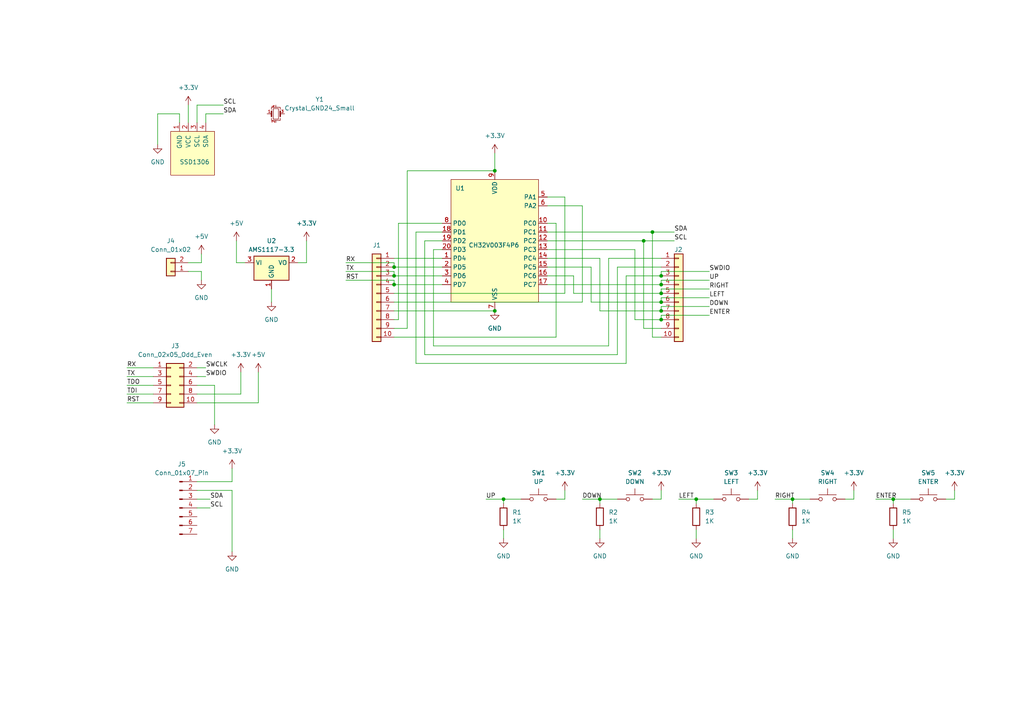
<source format=kicad_sch>
(kicad_sch (version 20230121) (generator eeschema)
  (paper "A4")
  (lib_symbols
    (symbol "Connector:Conn_01x07_Pin" (pin_names (offset 1.016) hide)
      (property "Reference" "J" (at 0 10.16 0))
      (property "Value" "Conn_01x07_Pin" (at 0 -10.16 0))
      (symbol "Conn_01x07_Pin_1_1"
        (polyline (pts (xy 1.27 -7.62) (xy 0.8636 -7.62)) (stroke (width 0.1524)))
        (polyline (pts (xy 1.27 -5.08) (xy 0.8636 -5.08)) (stroke (width 0.1524)))
        (polyline (pts (xy 1.27 -2.54) (xy 0.8636 -2.54)) (stroke (width 0.1524)))
        (polyline (pts (xy 1.27 0) (xy 0.8636 0)) (stroke (width 0.1524)))
        (polyline (pts (xy 1.27 2.54) (xy 0.8636 2.54)) (stroke (width 0.1524)))
        (polyline (pts (xy 1.27 5.08) (xy 0.8636 5.08)) (stroke (width 0.1524)))
        (polyline (pts (xy 1.27 7.62) (xy 0.8636 7.62)) (stroke (width 0.1524)))
        (rectangle (start 0.8636 -7.493) (end 0 -7.747) (stroke (width 0.1524)) (fill (type outline)))
        (rectangle (start 0.8636 -4.953) (end 0 -5.207) (stroke (width 0.1524)) (fill (type outline)))
        (rectangle (start 0.8636 -2.413) (end 0 -2.667) (stroke (width 0.1524)) (fill (type outline)))
        (rectangle (start 0.8636 0.127) (end 0 -0.127) (stroke (width 0.1524)) (fill (type outline)))
        (rectangle (start 0.8636 2.667) (end 0 2.413) (stroke (width 0.1524)) (fill (type outline)))
        (rectangle (start 0.8636 5.207) (end 0 4.953) (stroke (width 0.1524)) (fill (type outline)))
        (rectangle (start 0.8636 7.747) (end 0 7.493) (stroke (width 0.1524)) (fill (type outline)))
        (pin passive line (at 5.08 7.62 180) (length 3.81) (name "Pin_1") (number "1"))
        (pin passive line (at 5.08 5.08 180) (length 3.81) (name "Pin_2") (number "2"))
        (pin passive line (at 5.08 2.54 180) (length 3.81) (name "Pin_3") (number "3"))
        (pin passive line (at 5.08 0 180) (length 3.81) (name "Pin_4") (number "4"))
        (pin passive line (at 5.08 -2.54 180) (length 3.81) (name "Pin_5") (number "5"))
        (pin passive line (at 5.08 -5.08 180) (length 3.81) (name "Pin_6") (number "6"))
        (pin passive line (at 5.08 -7.62 180) (length 3.81) (name "Pin_7") (number "7"))
      )
    )
    (symbol "Connector_Generic:Conn_01x02" (pin_names (offset 1.016) hide)
      (property "Reference" "J" (at 0 2.54 0))
      (property "Value" "Conn_01x02" (at 0 -5.08 0))
      (symbol "Conn_01x02_1_1"
        (rectangle (start -1.27 -2.413) (end 0 -2.667) (stroke (width 0.1524)))
        (rectangle (start -1.27 0.127) (end 0 -0.127) (stroke (width 0.1524)))
        (rectangle (start -1.27 1.27) (end 1.27 -3.81) (stroke (width 0.254)) (fill (type background)))
        (pin passive line (at -5.08 0 0) (length 3.81) (name "Pin_1") (number "1"))
        (pin passive line (at -5.08 -2.54 0) (length 3.81) (name "Pin_2") (number "2"))
      )
    )
    (symbol "Connector_Generic:Conn_01x10" (pin_names (offset 1.016) hide)
      (property "Reference" "J" (at 0 12.7 0))
      (property "Value" "Conn_01x10" (at 0 -15.24 0))
      (symbol "Conn_01x10_1_1"
        (rectangle (start -1.27 -12.573) (end 0 -12.827) (stroke (width 0.1524)))
        (rectangle (start -1.27 -10.033) (end 0 -10.287) (stroke (width 0.1524)))
        (rectangle (start -1.27 -7.493) (end 0 -7.747) (stroke (width 0.1524)))
        (rectangle (start -1.27 -4.953) (end 0 -5.207) (stroke (width 0.1524)))
        (rectangle (start -1.27 -2.413) (end 0 -2.667) (stroke (width 0.1524)))
        (rectangle (start -1.27 0.127) (end 0 -0.127) (stroke (width 0.1524)))
        (rectangle (start -1.27 2.667) (end 0 2.413) (stroke (width 0.1524)))
        (rectangle (start -1.27 5.207) (end 0 4.953) (stroke (width 0.1524)))
        (rectangle (start -1.27 7.747) (end 0 7.493) (stroke (width 0.1524)))
        (rectangle (start -1.27 10.287) (end 0 10.033) (stroke (width 0.1524)))
        (rectangle (start -1.27 11.43) (end 1.27 -13.97) (stroke (width 0.254)) (fill (type background)))
        (pin passive line (at -5.08 10.16 0) (length 3.81) (name "Pin_1") (number "1"))
        (pin passive line (at -5.08 -12.7 0) (length 3.81) (name "Pin_10") (number "10"))
        (pin passive line (at -5.08 7.62 0) (length 3.81) (name "Pin_2") (number "2"))
        (pin passive line (at -5.08 5.08 0) (length 3.81) (name "Pin_3") (number "3"))
        (pin passive line (at -5.08 2.54 0) (length 3.81) (name "Pin_4") (number "4"))
        (pin passive line (at -5.08 0 0) (length 3.81) (name "Pin_5") (number "5"))
        (pin passive line (at -5.08 -2.54 0) (length 3.81) (name "Pin_6") (number "6"))
        (pin passive line (at -5.08 -5.08 0) (length 3.81) (name "Pin_7") (number "7"))
        (pin passive line (at -5.08 -7.62 0) (length 3.81) (name "Pin_8") (number "8"))
        (pin passive line (at -5.08 -10.16 0) (length 3.81) (name "Pin_9") (number "9"))
      )
    )
    (symbol "Connector_Generic:Conn_02x05_Odd_Even" (pin_names (offset 1.016) hide)
      (property "Reference" "J" (at 1.27 7.62 0))
      (property "Value" "Conn_02x05_Odd_Even" (at 1.27 -7.62 0))
      (symbol "Conn_02x05_Odd_Even_1_1"
        (rectangle (start -1.27 -4.953) (end 0 -5.207) (stroke (width 0.1524)))
        (rectangle (start -1.27 -2.413) (end 0 -2.667) (stroke (width 0.1524)))
        (rectangle (start -1.27 0.127) (end 0 -0.127) (stroke (width 0.1524)))
        (rectangle (start -1.27 2.667) (end 0 2.413) (stroke (width 0.1524)))
        (rectangle (start -1.27 5.207) (end 0 4.953) (stroke (width 0.1524)))
        (rectangle (start -1.27 6.35) (end 3.81 -6.35) (stroke (width 0.254)) (fill (type background)))
        (rectangle (start 3.81 -4.953) (end 2.54 -5.207) (stroke (width 0.1524)))
        (rectangle (start 3.81 -2.413) (end 2.54 -2.667) (stroke (width 0.1524)))
        (rectangle (start 3.81 0.127) (end 2.54 -0.127) (stroke (width 0.1524)))
        (rectangle (start 3.81 2.667) (end 2.54 2.413) (stroke (width 0.1524)))
        (rectangle (start 3.81 5.207) (end 2.54 4.953) (stroke (width 0.1524)))
        (pin passive line (at -5.08 5.08 0) (length 3.81) (name "Pin_1") (number "1"))
        (pin passive line (at 7.62 -5.08 180) (length 3.81) (name "Pin_10") (number "10"))
        (pin passive line (at 7.62 5.08 180) (length 3.81) (name "Pin_2") (number "2"))
        (pin passive line (at -5.08 2.54 0) (length 3.81) (name "Pin_3") (number "3"))
        (pin passive line (at 7.62 2.54 180) (length 3.81) (name "Pin_4") (number "4"))
        (pin passive line (at -5.08 0 0) (length 3.81) (name "Pin_5") (number "5"))
        (pin passive line (at 7.62 0 180) (length 3.81) (name "Pin_6") (number "6"))
        (pin passive line (at -5.08 -2.54 0) (length 3.81) (name "Pin_7") (number "7"))
        (pin passive line (at 7.62 -2.54 180) (length 3.81) (name "Pin_8") (number "8"))
        (pin passive line (at -5.08 -5.08 0) (length 3.81) (name "Pin_9") (number "9"))
      )
    )
    (symbol "Device:Crystal_GND24_Small" (pin_names (offset 1.016) hide)
      (property "Reference" "Y" (at 1.27 4.445 0))
      (property "Value" "Crystal_GND24_Small" (at 1.27 2.54 0))
      (symbol "Crystal_GND24_Small_0_1"
        (rectangle (start -0.762 -1.524) (end 0.762 1.524))
        (polyline (pts (xy -1.27 -0.762) (xy -1.27 0.762)) (stroke (width 0.381)))
        (polyline (pts (xy 1.27 -0.762) (xy 1.27 0.762)) (stroke (width 0.381)))
        (polyline (pts (xy -1.27 -1.27) (xy -1.27 -1.905) (xy 1.27 -1.905) (xy 1.27 -1.27)))
        (polyline (pts (xy -1.27 1.27) (xy -1.27 1.905) (xy 1.27 1.905) (xy 1.27 1.27)))
      )
      (symbol "Crystal_GND24_Small_1_1"
        (pin passive line (at -2.54 0 0) (length 1.27) (name "1") (number "1"))
        (pin passive line (at 0 -2.54 90) (length 0.635) (name "2") (number "2"))
        (pin passive line (at 2.54 0 180) (length 1.27) (name "3") (number "3"))
        (pin passive line (at 0 2.54 270) (length 0.635) (name "4") (number "4"))
      )
    )
    (symbol "Device:R" (pin_numbers hide) (pin_names (offset 0))
      (property "Reference" "R" (at 2.032 0 90))
      (property "Value" "R" (at 0 0 90))
      (symbol "R_0_1"
        (rectangle (start -1.016 -2.54) (end 1.016 2.54) (stroke (width 0.254)))
      )
      (symbol "R_1_1"
        (pin passive line (at 0 3.81 270) (length 1.27) (name "~") (number "1"))
        (pin passive line (at 0 -3.81 90) (length 1.27) (name "~") (number "2"))
      )
    )
    (symbol "Regulator_Linear:AMS1117-3.3"
      (property "Reference" "U" (at -3.81 3.175 0))
      (property "Value" "AMS1117-3.3" (at 0 3.175 0))
      (symbol "AMS1117-3.3_0_1"
        (rectangle (start -5.08 -5.08) (end 5.08 1.905) (stroke (width 0.254)) (fill (type background)))
      )
      (symbol "AMS1117-3.3_1_1"
        (pin power_in line (at 0 -7.62 90) (length 2.54) (name "GND") (number "1"))
        (pin power_out line (at 7.62 0 180) (length 2.54) (name "VO") (number "2"))
        (pin power_in line (at -7.62 0 0) (length 2.54) (name "VI") (number "3"))
      )
    )
    (symbol "Switch:SW_Push" (pin_numbers hide) (pin_names (offset 1.016) hide)
      (property "Reference" "SW" (at 1.27 2.54 0))
      (property "Value" "SW_Push" (at 0 -1.524 0))
      (symbol "SW_Push_0_1"
        (circle (center -2.032 0) (radius 0.508))
        (polyline (pts (xy 0 1.27) (xy 0 3.048)))
        (polyline (pts (xy 2.54 1.27) (xy -2.54 1.27)))
        (circle (center 2.032 0) (radius 0.508))
        (pin passive line (at -5.08 0 0) (length 2.54) (name "1") (number "1"))
        (pin passive line (at 5.08 0 180) (length 2.54) (name "2") (number "2"))
      )
    )
    (symbol "power:+3.3V" (power) (pin_names (offset 0))
      (property "Value" "+3.3V" (at 0 3.556 0))
      (symbol "+3.3V_0_1"
        (polyline (pts (xy -0.762 1.27) (xy 0 2.54)))
        (polyline (pts (xy 0 0) (xy 0 2.54)))
        (polyline (pts (xy 0 2.54) (xy 0.762 1.27)))
      )
      (symbol "+3.3V_1_1"
        (pin power_in line (at 0 0 90) (length 0) hide (name "+3.3V") (number "1"))
      )
    )
    (symbol "power:+5V" (power) (pin_names (offset 0))
      (property "Value" "+5V" (at 0 3.556 0))
      (symbol "+5V_0_1"
        (polyline (pts (xy -0.762 1.27) (xy 0 2.54)))
        (polyline (pts (xy 0 0) (xy 0 2.54)))
        (polyline (pts (xy 0 2.54) (xy 0.762 1.27)))
      )
      (symbol "+5V_1_1"
        (pin power_in line (at 0 0 90) (length 0) hide (name "+5V") (number "1"))
      )
    )
    (symbol "power:GND" (power) (pin_names (offset 0))
      (property "Value" "GND" (at 0 -3.81 0))
      (symbol "GND_0_1"
        (polyline (pts (xy 0 0) (xy 0 -1.27) (xy 1.27 -1.27) (xy 0 -2.54) (xy -1.27 -1.27) (xy 0 -1.27)))
      )
      (symbol "GND_1_1"
        (pin power_in line (at 0 0 270) (length 0) hide (name "GND") (number "1"))
      )
    )
    (symbol "wch-mcu:CH32V003F4P6"
      (property "Reference" "U" (at -12.7 19.05 0))
      (property "Value" "CH32V003F4P6" (at 1.27 19.05 0))
      (symbol "CH32V003F4P6_0_1"
        (rectangle (start -12.7 17.78) (end 12.7 -17.78) (stroke (width 0.1524)) (fill (type background)))
      )
      (symbol "CH32V003F4P6_1_0"
        (pin bidirectional line (at 15.24 -10.16 180) (length 2.54) (name "PC6") (number "16"))
        (pin bidirectional line (at 15.24 -12.7 180) (length 2.54) (name "PC7") (number "17"))
        (pin bidirectional line (at -15.24 2.54 0) (length 2.54) (name "PD1") (number "18"))
        (pin bidirectional line (at -15.24 0 0) (length 2.54) (name "PD2") (number "19"))
        (pin bidirectional line (at -15.24 -2.54 0) (length 2.54) (name "PD3") (number "20"))
      )
      (symbol "CH32V003F4P6_1_1"
        (pin bidirectional line (at -15.24 -5.08 0) (length 2.54) (name "PD4") (number "1"))
        (pin bidirectional line (at 15.24 5.08 180) (length 2.54) (name "PC0") (number "10"))
        (pin bidirectional line (at 15.24 2.54 180) (length 2.54) (name "PC1") (number "11"))
        (pin bidirectional line (at 15.24 0 180) (length 2.54) (name "PC2") (number "12"))
        (pin bidirectional line (at 15.24 -2.54 180) (length 2.54) (name "PC3") (number "13"))
        (pin bidirectional line (at 15.24 -5.08 180) (length 2.54) (name "PC4") (number "14"))
        (pin bidirectional line (at 15.24 -7.62 180) (length 2.54) (name "PC5") (number "15"))
        (pin bidirectional line (at -15.24 -7.62 0) (length 2.54) (name "PD5") (number "2"))
        (pin bidirectional line (at -15.24 -10.16 0) (length 2.54) (name "PD6") (number "3"))
        (pin bidirectional line (at -15.24 -12.7 0) (length 2.54) (name "PD7") (number "4"))
        (pin bidirectional line (at 15.24 12.7 180) (length 2.54) (name "PA1") (number "5"))
        (pin bidirectional line (at 15.24 10.16 180) (length 2.54) (name "PA2") (number "6"))
        (pin power_in line (at 0 -20.32 90) (length 2.54) (name "VSS") (number "7"))
        (pin bidirectional line (at -15.24 5.08 0) (length 2.54) (name "PD0") (number "8"))
        (pin power_in line (at 0 20.32 270) (length 2.54) (name "VDD") (number "9"))
      )
    )
    (symbol "wch-mcu:SSD1306" (pin_names (offset 1.016))
      (property "Reference" "Brd" (at 0 -3.81 0))
      (property "Value" "SSD1306" (at 0 -1.27 0))
      (symbol "SSD1306_0_1"
        (rectangle (start -6.35 6.35) (end 6.35 -6.35) (fill (type background)))
      )
      (symbol "SSD1306_1_1"
        (pin input line (at -3.81 8.89 270) (length 2.54) (name "GND") (number "1"))
        (pin input line (at -1.27 8.89 270) (length 2.54) (name "VCC") (number "2"))
        (pin input line (at 1.27 8.89 270) (length 2.54) (name "SCL") (number "3"))
        (pin input line (at 3.81 8.89 270) (length 2.54) (name "SDA") (number "4"))
      )
    )
  )
  (junction (at 191.77 92.71))
  (junction (at 146.05 144.78))
  (junction (at 191.77 85.09))
  (junction (at 259.08 144.78))
  (junction (at 191.77 90.17))
  (junction (at 191.77 82.55))
  (junction (at 229.87 144.78))
  (junction (at 191.77 87.63))
  (junction (at 114.3 80.01))
  (junction (at 114.3 77.47))
  (junction (at 143.51 90.17))
  (junction (at 114.3 82.55))
  (junction (at 173.99 144.78))
  (junction (at 191.77 80.01))
  (junction (at 189.23 67.31))
  (junction (at 143.51 49.53))
  (junction (at 186.69 69.85))
  (junction (at 201.93 144.78))
  (wire (pts (xy 115.57 92.71) (xy 115.57 64.77)))
  (wire (pts (xy 186.69 69.85) (xy 186.69 95.25)))
  (wire (pts (xy 114.3 85.09) (xy 163.83 85.09)))
  (wire (pts (xy 173.99 153.67) (xy 173.99 156.21)))
  (wire (pts (xy 114.3 95.25) (xy 118.11 95.25)))
  (wire (pts (xy 36.83 111.76) (xy 44.45 111.76)))
  (wire (pts (xy 191.77 144.78) (xy 191.77 142.24)))
  (wire (pts (xy 114.3 77.47) (xy 128.27 77.47)))
  (wire (pts (xy 229.87 153.67) (xy 229.87 156.21)))
  (wire (pts (xy 59.69 106.68) (xy 57.15 106.68)))
  (wire (pts (xy 158.75 69.85) (xy 186.69 69.85)))
  (wire (pts (xy 168.91 59.69) (xy 158.75 59.69)))
  (wire (pts (xy 163.83 144.78) (xy 163.83 142.24)))
  (wire (pts (xy 259.08 153.67) (xy 259.08 156.21)))
  (wire (pts (xy 123.19 69.85) (xy 123.19 102.87)))
  (wire (pts (xy 158.75 80.01) (xy 166.37 80.01)))
  (wire (pts (xy 54.61 76.2) (xy 58.42 76.2)))
  (wire (pts (xy 191.77 83.82) (xy 191.77 85.09)))
  (wire (pts (xy 114.3 81.28) (xy 114.3 82.55)))
  (wire (pts (xy 54.61 78.74) (xy 58.42 78.74)))
  (wire (pts (xy 201.93 153.67) (xy 201.93 156.21)))
  (wire (pts (xy 74.93 107.95) (xy 74.93 116.84)))
  (wire (pts (xy 176.53 100.33) (xy 176.53 74.93)))
  (wire (pts (xy 168.91 144.78) (xy 173.99 144.78)))
  (wire (pts (xy 179.07 77.47) (xy 191.77 77.47)))
  (wire (pts (xy 52.07 35.56) (xy 52.07 33.02)))
  (wire (pts (xy 158.75 82.55) (xy 191.77 82.55)))
  (wire (pts (xy 57.15 144.78) (xy 60.96 144.78)))
  (wire (pts (xy 186.69 95.25) (xy 191.77 95.25)))
  (wire (pts (xy 36.83 114.3) (xy 44.45 114.3)))
  (wire (pts (xy 158.75 77.47) (xy 171.45 77.47)))
  (wire (pts (xy 191.77 91.44) (xy 205.74 91.44)))
  (wire (pts (xy 196.85 144.78) (xy 201.93 144.78)))
  (wire (pts (xy 205.74 86.36) (xy 191.77 86.36)))
  (wire (pts (xy 259.08 144.78) (xy 264.16 144.78)))
  (wire (pts (xy 166.37 85.09) (xy 191.77 85.09)))
  (wire (pts (xy 58.42 78.74) (xy 58.42 81.28)))
  (wire (pts (xy 67.31 142.24) (xy 67.31 160.02)))
  (wire (pts (xy 245.11 144.78) (xy 247.65 144.78)))
  (wire (pts (xy 229.87 146.05) (xy 229.87 144.78)))
  (wire (pts (xy 189.23 67.31) (xy 195.58 67.31)))
  (wire (pts (xy 45.72 33.02) (xy 45.72 41.91)))
  (wire (pts (xy 57.15 30.48) (xy 57.15 35.56)))
  (wire (pts (xy 100.33 81.28) (xy 114.3 81.28)))
  (wire (pts (xy 191.77 81.28) (xy 191.77 82.55)))
  (wire (pts (xy 36.83 106.68) (xy 44.45 106.68)))
  (wire (pts (xy 120.65 67.31) (xy 120.65 105.41)))
  (wire (pts (xy 114.3 90.17) (xy 143.51 90.17)))
  (wire (pts (xy 191.77 78.74) (xy 191.77 80.01)))
  (wire (pts (xy 67.31 135.89) (xy 67.31 139.7)))
  (wire (pts (xy 36.83 116.84) (xy 44.45 116.84)))
  (wire (pts (xy 205.74 83.82) (xy 191.77 83.82)))
  (wire (pts (xy 62.23 111.76) (xy 62.23 123.19)))
  (wire (pts (xy 68.58 69.85) (xy 68.58 76.2)))
  (wire (pts (xy 78.74 83.82) (xy 78.74 87.63)))
  (wire (pts (xy 254 144.78) (xy 259.08 144.78)))
  (wire (pts (xy 191.77 92.71) (xy 191.77 91.44)))
  (wire (pts (xy 166.37 80.01) (xy 166.37 85.09)))
  (wire (pts (xy 128.27 69.85) (xy 123.19 69.85)))
  (wire (pts (xy 86.36 76.2) (xy 88.9 76.2)))
  (wire (pts (xy 158.75 67.31) (xy 189.23 67.31)))
  (wire (pts (xy 100.33 76.2) (xy 114.3 76.2)))
  (wire (pts (xy 69.85 114.3) (xy 69.85 107.95)))
  (wire (pts (xy 191.77 88.9) (xy 191.77 90.17)))
  (wire (pts (xy 88.9 76.2) (xy 88.9 69.85)))
  (wire (pts (xy 163.83 85.09) (xy 163.83 57.15)))
  (wire (pts (xy 125.73 72.39) (xy 125.73 100.33)))
  (wire (pts (xy 58.42 76.2) (xy 58.42 73.66)))
  (wire (pts (xy 161.29 64.77) (xy 158.75 64.77)))
  (wire (pts (xy 219.71 144.78) (xy 219.71 142.24)))
  (wire (pts (xy 146.05 144.78) (xy 151.13 144.78)))
  (wire (pts (xy 276.86 144.78) (xy 276.86 142.24)))
  (wire (pts (xy 114.3 78.74) (xy 114.3 80.01)))
  (wire (pts (xy 158.75 74.93) (xy 173.99 74.93)))
  (wire (pts (xy 125.73 100.33) (xy 176.53 100.33)))
  (wire (pts (xy 163.83 57.15) (xy 158.75 57.15)))
  (wire (pts (xy 201.93 146.05) (xy 201.93 144.78)))
  (wire (pts (xy 57.15 111.76) (xy 62.23 111.76)))
  (wire (pts (xy 118.11 49.53) (xy 143.51 49.53)))
  (wire (pts (xy 59.69 33.02) (xy 64.77 33.02)))
  (wire (pts (xy 52.07 33.02) (xy 45.72 33.02)))
  (wire (pts (xy 171.45 77.47) (xy 171.45 87.63)))
  (wire (pts (xy 189.23 144.78) (xy 191.77 144.78)))
  (wire (pts (xy 181.61 105.41) (xy 181.61 80.01)))
  (wire (pts (xy 128.27 72.39) (xy 125.73 72.39)))
  (wire (pts (xy 191.77 78.74) (xy 205.74 78.74)))
  (wire (pts (xy 115.57 64.77) (xy 128.27 64.77)))
  (wire (pts (xy 224.79 144.78) (xy 229.87 144.78)))
  (wire (pts (xy 191.77 86.36) (xy 191.77 87.63)))
  (wire (pts (xy 191.77 81.28) (xy 205.74 81.28)))
  (wire (pts (xy 274.32 144.78) (xy 276.86 144.78)))
  (wire (pts (xy 173.99 146.05) (xy 173.99 144.78)))
  (wire (pts (xy 171.45 87.63) (xy 191.77 87.63)))
  (wire (pts (xy 114.3 92.71) (xy 115.57 92.71)))
  (wire (pts (xy 247.65 144.78) (xy 247.65 142.24)))
  (wire (pts (xy 184.15 72.39) (xy 184.15 92.71)))
  (wire (pts (xy 201.93 144.78) (xy 207.01 144.78)))
  (wire (pts (xy 118.11 95.25) (xy 118.11 49.53)))
  (wire (pts (xy 176.53 74.93) (xy 191.77 74.93)))
  (wire (pts (xy 57.15 109.22) (xy 59.69 109.22)))
  (wire (pts (xy 189.23 67.31) (xy 189.23 97.79)))
  (wire (pts (xy 114.3 76.2) (xy 114.3 77.47)))
  (wire (pts (xy 259.08 146.05) (xy 259.08 144.78)))
  (wire (pts (xy 57.15 147.32) (xy 60.96 147.32)))
  (wire (pts (xy 100.33 78.74) (xy 114.3 78.74)))
  (wire (pts (xy 189.23 97.79) (xy 191.77 97.79)))
  (wire (pts (xy 67.31 139.7) (xy 57.15 139.7)))
  (wire (pts (xy 114.3 97.79) (xy 161.29 97.79)))
  (wire (pts (xy 68.58 76.2) (xy 71.12 76.2)))
  (wire (pts (xy 161.29 144.78) (xy 163.83 144.78)))
  (wire (pts (xy 173.99 144.78) (xy 179.07 144.78)))
  (wire (pts (xy 114.3 74.93) (xy 128.27 74.93)))
  (wire (pts (xy 114.3 82.55) (xy 128.27 82.55)))
  (wire (pts (xy 57.15 142.24) (xy 67.31 142.24)))
  (wire (pts (xy 36.83 109.22) (xy 44.45 109.22)))
  (wire (pts (xy 186.69 69.85) (xy 195.58 69.85)))
  (wire (pts (xy 161.29 97.79) (xy 161.29 64.77)))
  (wire (pts (xy 59.69 35.56) (xy 59.69 33.02)))
  (wire (pts (xy 205.74 88.9) (xy 191.77 88.9)))
  (wire (pts (xy 64.77 30.48) (xy 57.15 30.48)))
  (wire (pts (xy 146.05 146.05) (xy 146.05 144.78)))
  (wire (pts (xy 114.3 80.01) (xy 128.27 80.01)))
  (wire (pts (xy 181.61 80.01) (xy 191.77 80.01)))
  (wire (pts (xy 168.91 87.63) (xy 168.91 59.69)))
  (wire (pts (xy 173.99 74.93) (xy 173.99 90.17)))
  (wire (pts (xy 140.97 144.78) (xy 146.05 144.78)))
  (wire (pts (xy 114.3 87.63) (xy 168.91 87.63)))
  (wire (pts (xy 184.15 92.71) (xy 191.77 92.71)))
  (wire (pts (xy 179.07 102.87) (xy 179.07 77.47)))
  (wire (pts (xy 217.17 144.78) (xy 219.71 144.78)))
  (wire (pts (xy 229.87 144.78) (xy 234.95 144.78)))
  (wire (pts (xy 123.19 102.87) (xy 179.07 102.87)))
  (wire (pts (xy 54.61 30.48) (xy 54.61 35.56)))
  (wire (pts (xy 74.93 116.84) (xy 57.15 116.84)))
  (wire (pts (xy 128.27 67.31) (xy 120.65 67.31)))
  (wire (pts (xy 146.05 153.67) (xy 146.05 156.21)))
  (wire (pts (xy 143.51 44.45) (xy 143.51 49.53)))
  (wire (pts (xy 57.15 114.3) (xy 69.85 114.3)))
  (wire (pts (xy 173.99 90.17) (xy 191.77 90.17)))
  (wire (pts (xy 120.65 105.41) (xy 181.61 105.41)))
  (wire (pts (xy 158.75 72.39) (xy 184.15 72.39)))
  (label "RX" (at 36.83 106.68 0))
  (label "SDA" (at 195.58 67.31 0))
  (label "SDA" (at 64.77 33.02 0))
  (label "RST" (at 36.83 116.84 0))
  (label "LEFT" (at 196.85 144.78 0))
  (label "TX" (at 36.83 109.22 0))
  (label "RIGHT" (at 224.79 144.78 0))
  (label "SCL" (at 195.58 69.85 0))
  (label "RIGHT" (at 205.74 83.82 0))
  (label "SWDIO" (at 205.74 78.74 0))
  (label "UP" (at 140.97 144.78 0))
  (label "DOWN" (at 205.74 88.9 0))
  (label "TDO" (at 36.83 111.76 0))
  (label "ENTER" (at 205.74 91.44 0))
  (label "ENTER" (at 254 144.78 0))
  (label "TX" (at 100.33 78.74 0))
  (label "DOWN" (at 168.91 144.78 0))
  (label "SCL" (at 60.96 147.32 0))
  (label "SDA" (at 60.96 144.78 0))
  (label "LEFT" (at 205.74 86.36 0))
  (label "UP" (at 205.74 81.28 0))
  (label "RX" (at 100.33 76.2 0))
  (label "SWCLK" (at 59.69 106.68 0))
  (label "SWDIO" (at 59.69 109.22 0))
  (label "TDI" (at 36.83 114.3 0))
  (label "RST" (at 100.33 81.28 0))
  (label "SCL" (at 64.77 30.48 0))
  (symbol (lib_id "Device:Crystal_GND24_Small") (at 80.01 33.02 0) (unit 1)
    (property "Reference" "Y1" (at 92.71 28.8291 0))
    (property "Value" "Crystal_GND24_Small" (at 92.71 31.3691 0))
    (property "Footprint" "Crystal:Crystal_SMD_0603-4Pin_6.0x3.5mm_HandSoldering" (effects hide))
  )
  (symbol (lib_id "Connector_Generic:Conn_02x05_Odd_Even") (at 49.53 111.76 0) (unit 1)
    (property "Reference" "J3" (at 50.8 100.33 0))
    (property "Value" "Conn_02x05_Odd_Even" (at 50.8 102.87 0))
    (property "Footprint" "Connector_PinHeader_2.54mm:PinHeader_2x05_P2.54mm_Vertical" (effects hide))
  )
  (symbol (lib_id "power:GND") (at 62.23 123.19 0) (unit 1)
    (property "Reference" "#PWR05" (effects hide))
    (property "Value" "GND" (at 62.23 128.27 0))
  )
  (symbol (lib_id "power:+3.3V") (at 67.31 135.89 0) (unit 1)
    (property "Reference" "#PWR020" (effects hide))
    (property "Value" "+3.3V" (at 67.31 130.81 0))
  )
  (symbol (lib_id "power:+5V") (at 74.93 107.95 0) (unit 1)
    (property "Reference" "#PWR07" (effects hide))
    (property "Value" "+5V" (at 74.93 102.87 0))
  )
  (symbol (lib_id "power:+3.3V") (at 219.71 142.24 0) (unit 1)
    (property "Reference" "#PWR015" (effects hide))
    (property "Value" "+3.3V" (at 219.71 137.16 0))
  )
  (symbol (lib_id "Connector_Generic:Conn_01x02") (at 49.53 78.74 180) (unit 1)
    (property "Reference" "J4" (at 49.53 69.85 0))
    (property "Value" "Conn_01x02" (at 49.53 72.39 0))
    (property "Footprint" "Connector_Wago:Wago_734-132_1x02_P3.50mm_Vertical" (effects hide))
  )
  (symbol (lib_id "Switch:SW_Push") (at 212.09 144.78 0) (unit 1)
    (property "Reference" "SW3" (at 212.09 137.16 0))
    (property "Value" "LEFT" (at 212.09 139.7 0))
    (property "Footprint" "Button_Switch_THT:SW_PUSH_6mm" (effects hide))
  )
  (symbol (lib_id "power:GND") (at 229.87 156.21 0) (unit 1)
    (property "Reference" "#PWR016" (effects hide))
    (property "Value" "GND" (at 229.87 161.29 0))
  )
  (symbol (lib_id "power:GND") (at 143.51 90.17 0) (unit 1)
    (property "Reference" "#PWR01" (effects hide))
    (property "Value" "GND" (at 143.51 95.25 0))
  )
  (symbol (lib_id "power:GND") (at 58.42 81.28 0) (unit 1)
    (property "Reference" "#PWR011" (effects hide))
    (property "Value" "GND" (at 58.42 86.36 0))
  )
  (symbol (lib_id "power:GND") (at 146.05 156.21 0) (unit 1)
    (property "Reference" "#PWR04" (effects hide))
    (property "Value" "GND" (at 146.05 161.29 0))
  )
  (symbol (lib_id "power:+3.3V") (at 276.86 142.24 0) (unit 1)
    (property "Reference" "#PWR019" (effects hide))
    (property "Value" "+3.3V" (at 276.86 137.16 0))
  )
  (symbol (lib_id "Device:R") (at 146.05 149.86 0) (unit 1)
    (property "Reference" "R1" (at 148.59 148.59 0) (effects (justify left)))
    (property "Value" "1K" (at 148.59 151.13 0) (effects (justify left)))
    (property "Footprint" "Resistor_THT:R_Axial_DIN0207_L6.3mm_D2.5mm_P7.62mm_Horizontal" (effects hide))
  )
  (symbol (lib_id "power:GND") (at 78.74 87.63 0) (unit 1)
    (property "Reference" "#PWR024" (effects hide))
    (property "Value" "GND" (at 78.74 92.71 0))
  )
  (symbol (lib_id "power:GND") (at 45.72 41.91 0) (unit 1)
    (property "Reference" "#PWR08" (effects hide))
    (property "Value" "GND" (at 45.72 46.99 0))
  )
  (symbol (lib_id "power:+3.3V") (at 54.61 30.48 0) (unit 1)
    (property "Reference" "#PWR09" (effects hide))
    (property "Value" "+3.3V" (at 54.61 25.4 0))
  )
  (symbol (lib_id "power:GND") (at 201.93 156.21 0) (unit 1)
    (property "Reference" "#PWR014" (effects hide))
    (property "Value" "GND" (at 201.93 161.29 0))
  )
  (symbol (lib_id "wch-mcu:SSD1306") (at 55.88 44.45 0) (unit 1)
    (property "Reference" "Brd1" (effects hide))
    (property "Value" "SSD1306" (at 52.07 46.99 0) (effects (justify left)))
    (property "Footprint" "SSD1306:128x64OLED" (effects hide))
  )
  (symbol (lib_id "power:+3.3V") (at 247.65 142.24 0) (unit 1)
    (property "Reference" "#PWR017" (effects hide))
    (property "Value" "+3.3V" (at 247.65 137.16 0))
  )
  (symbol (lib_id "power:+5V") (at 58.42 73.66 0) (unit 1)
    (property "Reference" "#PWR022" (effects hide))
    (property "Value" "+5V" (at 58.42 68.58 0))
  )
  (symbol (lib_id "Device:R") (at 201.93 149.86 0) (unit 1)
    (property "Reference" "R3" (at 204.47 148.59 0) (effects (justify left)))
    (property "Value" "1K" (at 204.47 151.13 0) (effects (justify left)))
    (property "Footprint" "Resistor_THT:R_Axial_DIN0207_L6.3mm_D2.5mm_P7.62mm_Horizontal" (effects hide))
  )
  (symbol (lib_id "power:+3.3V") (at 163.83 142.24 0) (unit 1)
    (property "Reference" "#PWR03" (effects hide))
    (property "Value" "+3.3V" (at 163.83 137.16 0))
  )
  (symbol (lib_id "Switch:SW_Push") (at 240.03 144.78 0) (unit 1)
    (property "Reference" "SW4" (at 240.03 137.16 0))
    (property "Value" "RIGHT" (at 240.03 139.7 0))
    (property "Footprint" "Button_Switch_THT:SW_PUSH_6mm" (effects hide))
  )
  (symbol (lib_id "power:+3.3V") (at 143.51 44.45 0) (unit 1)
    (property "Reference" "#PWR02" (effects hide))
    (property "Value" "+3.3V" (at 143.51 39.37 0))
  )
  (symbol (lib_id "Regulator_Linear:AMS1117-3.3") (at 78.74 76.2 0) (unit 1)
    (property "Reference" "U2" (at 78.74 69.85 0))
    (property "Value" "AMS1117-3.3" (at 78.74 72.39 0))
    (property "Footprint" "Package_TO_SOT_SMD:SOT-223-3_TabPin2" (effects hide))
    (property "Datasheet" "http://www.advanced-monolithic.com/pdf/ds1117.pdf" (effects hide))
  )
  (symbol (lib_id "Switch:SW_Push") (at 184.15 144.78 0) (unit 1)
    (property "Reference" "SW2" (at 184.15 137.16 0))
    (property "Value" "DOWN" (at 184.15 139.7 0))
    (property "Footprint" "Button_Switch_THT:SW_PUSH_6mm" (effects hide))
  )
  (symbol (lib_id "Device:R") (at 259.08 149.86 0) (unit 1)
    (property "Reference" "R5" (at 261.62 148.59 0) (effects (justify left)))
    (property "Value" "1K" (at 261.62 151.13 0) (effects (justify left)))
    (property "Footprint" "Resistor_THT:R_Axial_DIN0207_L6.3mm_D2.5mm_P7.62mm_Horizontal" (effects hide))
  )
  (symbol (lib_id "wch-mcu:CH32V003F4P6") (at 143.51 69.85 0) (unit 1)
    (property "Reference" "U1" (at 132.08 54.61 0) (effects (justify left)))
    (property "Value" "CH32V003F4P6" (at 135.89 71.12 0) (effects (justify left)))
    (property "Footprint" "Package_SO:TSSOP-20_4.4x6.5mm_P0.65mm" (effects hide))
    (property "Datasheet" "https://datasheet.lcsc.com/lcsc/2302231730_WCH-Jiangsu-Qin-Heng-CH32V003F4U6_C5299908.pdf" (effects hide))
  )
  (symbol (lib_id "Device:R") (at 173.99 149.86 0) (unit 1)
    (property "Reference" "R2" (at 176.53 148.59 0) (effects (justify left)))
    (property "Value" "1K" (at 176.53 151.13 0) (effects (justify left)))
    (property "Footprint" "Resistor_THT:R_Axial_DIN0207_L6.3mm_D2.5mm_P7.62mm_Horizontal" (effects hide))
  )
  (symbol (lib_id "power:GND") (at 67.31 160.02 0) (unit 1)
    (property "Reference" "#PWR021" (effects hide))
    (property "Value" "GND" (at 67.31 165.1 0))
  )
  (symbol (lib_id "power:+3.3V") (at 88.9 69.85 0) (unit 1)
    (property "Reference" "#PWR010" (effects hide))
    (property "Value" "+3.3V" (at 88.9 64.77 0))
  )
  (symbol (lib_id "Connector:Conn_01x07_Pin") (at 52.07 147.32 0) (unit 1)
    (property "Reference" "J5" (at 52.705 134.62 0))
    (property "Value" "Conn_01x07_Pin" (at 52.705 137.16 0))
    (property "Footprint" "Connector_PinHeader_2.54mm:PinHeader_1x07_P2.54mm_Vertical" (effects hide))
  )
  (symbol (lib_id "power:GND") (at 259.08 156.21 0) (unit 1)
    (property "Reference" "#PWR018" (effects hide))
    (property "Value" "GND" (at 259.08 161.29 0))
  )
  (symbol (lib_id "Device:R") (at 229.87 149.86 0) (unit 1)
    (property "Reference" "R4" (at 232.41 148.59 0) (effects (justify left)))
    (property "Value" "1K" (at 232.41 151.13 0) (effects (justify left)))
    (property "Footprint" "Resistor_THT:R_Axial_DIN0207_L6.3mm_D2.5mm_P7.62mm_Horizontal" (effects hide))
  )
  (symbol (lib_id "Switch:SW_Push") (at 269.24 144.78 0) (unit 1)
    (property "Reference" "SW5" (at 269.24 137.16 0))
    (property "Value" "ENTER" (at 269.24 139.7 0))
    (property "Footprint" "Button_Switch_THT:SW_PUSH_6mm" (effects hide))
  )
  (symbol (lib_id "Connector_Generic:Conn_01x10") (at 109.22 85.09 0) (mirror y) (unit 1)
    (property "Reference" "J1" (at 110.49 71.12 0) (effects (justify left)))
    (property "Value" "Conn_01x10" (effects hide))
    (property "Footprint" "Connector_PinHeader_1.27mm:PinHeader_1x10_P1.27mm_Vertical" (effects hide))
  )
  (symbol (lib_id "power:+3.3V") (at 69.85 107.95 0) (unit 1)
    (property "Reference" "#PWR06" (effects hide))
    (property "Value" "+3.3V" (at 69.85 102.87 0))
  )
  (symbol (lib_id "power:+3.3V") (at 191.77 142.24 0) (unit 1)
    (property "Reference" "#PWR013" (effects hide))
    (property "Value" "+3.3V" (at 191.77 137.16 0))
  )
  (symbol (lib_id "power:+5V") (at 68.58 69.85 0) (unit 1)
    (property "Reference" "#PWR023" (effects hide))
    (property "Value" "+5V" (at 68.58 64.77 0))
  )
  (symbol (lib_id "Switch:SW_Push") (at 156.21 144.78 0) (unit 1)
    (property "Reference" "SW1" (at 156.21 137.16 0))
    (property "Value" "UP" (at 156.21 139.7 0))
    (property "Footprint" "Button_Switch_THT:SW_PUSH_6mm" (effects hide))
  )
  (symbol (lib_id "power:GND") (at 173.99 156.21 0) (unit 1)
    (property "Reference" "#PWR012" (effects hide))
    (property "Value" "GND" (at 173.99 161.29 0))
  )
  (symbol (lib_id "Connector_Generic:Conn_01x10") (at 196.85 85.09 0) (unit 1)
    (property "Reference" "J2" (at 195.58 72.39 0) (effects (justify left)))
    (property "Value" "Conn_01x10" (effects hide))
    (property "Footprint" "Connector_PinHeader_1.27mm:PinHeader_1x10_P1.27mm_Vertical" (effects hide))
  )
)
</source>
